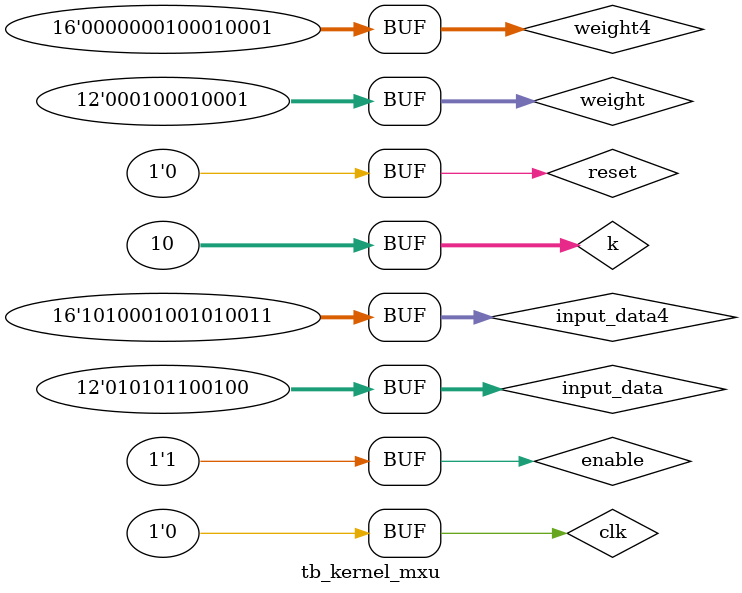
<source format=v>
`timescale 1ns / 1ps


module tb_kernel_mxu();
        parameter clk_period= 10;
              reg clk,reset;
              reg [(4)*(3)-1:0]input_data;
              reg [(4)*(3)-1:0]weight;
              reg [(4)*(4)-1:0]input_data4;
              reg [(4)*(4)-1:0]weight4;
              reg enable;
              wire test_mode;
              wire [4*3-1:0]y;
              wire [4*4-1:0]y4;
              integer k;
    
    /////////////////////////////////////
    `define SIMULATION 1
    `define VIVADO_MAC SIMULATION
     /////////////////////////////////////
     
        mxu_wrapper #(.M(4),.K(4) , .max_data_width(4)) uut4x4 (
           .data_type(data_type),
           .reset(reset),
           .enable(enable),
            .clk(clk),
            .test_mode(test_mode),
            .input_data(input_data4),
            .weight(weight4),
            .y(y4)           
         );
          
          
         mxu_wrapper #(.M(3),.K(3) , .max_data_width(4)) uut3x3 (
                    .data_type(data_type),
                     .clk(clk),
                     .reset(reset),
                     .enable(enable),
                     .test_mode(test_mode),
                     .input_data(input_data),
                     .weight(weight),
                     .y(y)           
                  );
                   
              
                    always begin
                       clk = 1'b1;
                       #(clk_period/2) 
                       clk = 1'b0;
                       #(clk_period/2);
                    end
              

              
              initial begin 
              enable=1'b0;
              reset=1'b1;
              #clk_period;
              reset=1'b0;
              input_data=12'hafe;
              weight=12'hfff;
              input_data4=16'h8253;
              weight4=16'h7312;              
              #clk_period;
              enable=1'b1;
              #clk_period;
              for(k=0;k<12;k=k+1) begin 
              #clk_period;
              end
              
              // first input chaanges delay on second input of 1 cc and on third 1 of 2cc 
              // the delay of input chian depends from the number of columns 
               input_data=12'h353;
               input_data4=16'h1253;
              #clk_period;
              input_data=12'h463;
              input_data4=16'h3253;
              #clk_period;
              input_data=12'h564;
              input_data4=16'hA253;
              for(k=0;k<6;k=k+1) begin 
              #clk_period;
              end
              
              
                            
                            weight=12'h111;
                            weight4=16'h111;
                            for(k=0;k<10;k=k+1) begin 
                                            #clk_period;
                                            end
                                             
                              
              end 

        
        
        
        
            
endmodule

</source>
